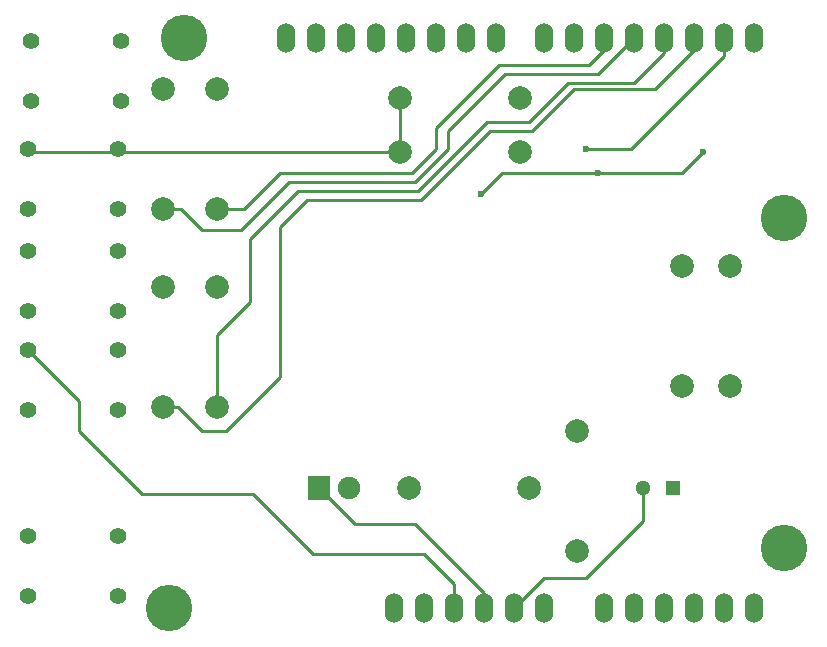
<source format=gbr>
G04 #@! TF.FileFunction,Copper,L4,Bot,Signal*
%FSLAX46Y46*%
G04 Gerber Fmt 4.6, Leading zero omitted, Abs format (unit mm)*
G04 Created by KiCad (PCBNEW (2015-07-26 BZR 5996)-product) date Wed 29 Jul 2015 11:27:52 PM EDT*
%MOMM*%
G01*
G04 APERTURE LIST*
%ADD10C,0.100000*%
%ADD11R,1.300000X1.300000*%
%ADD12C,1.300000*%
%ADD13R,1.900000X2.000000*%
%ADD14C,1.900000*%
%ADD15C,1.998980*%
%ADD16C,1.397000*%
%ADD17O,1.524000X2.540000*%
%ADD18C,3.937000*%
%ADD19C,0.600000*%
%ADD20C,0.250000*%
G04 APERTURE END LIST*
D10*
D11*
X205232000Y-92710000D03*
D12*
X202732000Y-92710000D03*
D13*
X175260000Y-92710000D03*
D14*
X177800000Y-92710000D03*
D15*
X162052000Y-75692000D03*
X162052000Y-85852000D03*
X166624000Y-75692000D03*
X166624000Y-85852000D03*
X162052000Y-58928000D03*
X162052000Y-69088000D03*
X166624000Y-58928000D03*
X166624000Y-69088000D03*
X197104000Y-98044000D03*
X197104000Y-87884000D03*
X193040000Y-92710000D03*
X182880000Y-92710000D03*
X205994000Y-84074000D03*
X205994000Y-73914000D03*
X210058000Y-84074000D03*
X210058000Y-73914000D03*
X182118000Y-64262000D03*
X192278000Y-64262000D03*
X182118000Y-59690000D03*
X192278000Y-59690000D03*
D16*
X158242000Y-81026000D03*
X158242000Y-86106000D03*
X150622000Y-81026000D03*
X150622000Y-86106000D03*
X158242000Y-72644000D03*
X158242000Y-77724000D03*
X150622000Y-72644000D03*
X150622000Y-77724000D03*
X158242000Y-64008000D03*
X158242000Y-69088000D03*
X150622000Y-64008000D03*
X150622000Y-69088000D03*
X158496000Y-54864000D03*
X158496000Y-59944000D03*
X150876000Y-54864000D03*
X150876000Y-59944000D03*
X158242000Y-96774000D03*
X158242000Y-101854000D03*
X150622000Y-96774000D03*
X150622000Y-101854000D03*
D17*
X212090000Y-102870000D03*
X209550000Y-102870000D03*
X207010000Y-102870000D03*
X199390000Y-102870000D03*
X201930000Y-102870000D03*
X204470000Y-102870000D03*
X194310000Y-102870000D03*
X191770000Y-102870000D03*
X189230000Y-102870000D03*
X184150000Y-102870000D03*
X181610000Y-102870000D03*
X212090000Y-54610000D03*
X209550000Y-54610000D03*
X207010000Y-54610000D03*
X204470000Y-54610000D03*
X201930000Y-54610000D03*
X199390000Y-54610000D03*
X196850000Y-54610000D03*
X194310000Y-54610000D03*
X190246000Y-54610000D03*
X187706000Y-54610000D03*
X185166000Y-54610000D03*
X182626000Y-54610000D03*
X180086000Y-54610000D03*
X177546000Y-54610000D03*
X175006000Y-54610000D03*
X172466000Y-54610000D03*
X186690000Y-102870000D03*
D18*
X214630000Y-97790000D03*
X214630000Y-69850000D03*
X163830000Y-54610000D03*
X162560000Y-102870000D03*
D19*
X207772000Y-64262000D03*
X188976000Y-67818000D03*
X198882000Y-66040000D03*
X197866000Y-64008000D03*
D20*
X198882000Y-66040000D02*
X205994000Y-66040000D01*
X205994000Y-66040000D02*
X207772000Y-64262000D01*
X188976000Y-67818000D02*
X190754000Y-66040000D01*
X190754000Y-66040000D02*
X198882000Y-66040000D01*
X197866000Y-100330000D02*
X194310000Y-100330000D01*
X202732000Y-95464000D02*
X197866000Y-100330000D01*
X202732000Y-92710000D02*
X202732000Y-95464000D01*
X194310000Y-100330000D02*
X191770000Y-102870000D01*
X189230000Y-102870000D02*
X189230000Y-101600000D01*
X189230000Y-101600000D02*
X183388000Y-95758000D01*
X183388000Y-95758000D02*
X178308000Y-95758000D01*
X178308000Y-95758000D02*
X175260000Y-92710000D01*
X209550000Y-54610000D02*
X209550000Y-56134000D01*
X201676000Y-64008000D02*
X197866000Y-64008000D01*
X209550000Y-56134000D02*
X201676000Y-64008000D01*
X188214000Y-64008000D02*
X189738000Y-62484000D01*
X171958000Y-70612000D02*
X174244000Y-68326000D01*
X174244000Y-68326000D02*
X183896000Y-68326000D01*
X183896000Y-68326000D02*
X188214000Y-64008000D01*
X165354000Y-87884000D02*
X167386000Y-87884000D01*
X163322000Y-85852000D02*
X165354000Y-87884000D01*
X162052000Y-85852000D02*
X163322000Y-85852000D01*
X171958000Y-83312000D02*
X171958000Y-71120000D01*
X167386000Y-87884000D02*
X171958000Y-83312000D01*
X171958000Y-71120000D02*
X171958000Y-70612000D01*
X203708000Y-58928000D02*
X207010000Y-55626000D01*
X196850000Y-58928000D02*
X203708000Y-58928000D01*
X193294000Y-62484000D02*
X196850000Y-58928000D01*
X189738000Y-62484000D02*
X193294000Y-62484000D01*
X207010000Y-55626000D02*
X207010000Y-54610000D01*
X187198000Y-64008000D02*
X189484000Y-61722000D01*
X169418000Y-71628000D02*
X173482000Y-67564000D01*
X173482000Y-67564000D02*
X183642000Y-67564000D01*
X183642000Y-67564000D02*
X187198000Y-64008000D01*
X169418000Y-76962000D02*
X169418000Y-72136000D01*
X166624000Y-79756000D02*
X169418000Y-76962000D01*
X166624000Y-85852000D02*
X166624000Y-79756000D01*
X169418000Y-72136000D02*
X169418000Y-71628000D01*
X201930000Y-58420000D02*
X204470000Y-55880000D01*
X196342000Y-58420000D02*
X201930000Y-58420000D01*
X193040000Y-61722000D02*
X196342000Y-58420000D01*
X189484000Y-61722000D02*
X193040000Y-61722000D01*
X204470000Y-55880000D02*
X204470000Y-54610000D01*
X186182000Y-64008000D02*
X186182000Y-62484000D01*
X172720000Y-66802000D02*
X183388000Y-66802000D01*
X183388000Y-66802000D02*
X186182000Y-64008000D01*
X168148000Y-70866000D02*
X168656000Y-70866000D01*
X163576000Y-69088000D02*
X165354000Y-70866000D01*
X165354000Y-70866000D02*
X168148000Y-70866000D01*
X162052000Y-69088000D02*
X163576000Y-69088000D01*
X168656000Y-70866000D02*
X172720000Y-66802000D01*
X198882000Y-57658000D02*
X201930000Y-54610000D01*
X191008000Y-57658000D02*
X198882000Y-57658000D01*
X186182000Y-62484000D02*
X191008000Y-57658000D01*
X162052000Y-69088000D02*
X162306000Y-69088000D01*
X185166000Y-64008000D02*
X185166000Y-62230000D01*
X183134000Y-66040000D02*
X185166000Y-64008000D01*
X166624000Y-69088000D02*
X168910000Y-69088000D01*
X168910000Y-69088000D02*
X171958000Y-66040000D01*
X171958000Y-66040000D02*
X183134000Y-66040000D01*
X198120000Y-56896000D02*
X199390000Y-55626000D01*
X190500000Y-56896000D02*
X198120000Y-56896000D01*
X185166000Y-62230000D02*
X190500000Y-56896000D01*
X199390000Y-55626000D02*
X199390000Y-54610000D01*
X179324000Y-98298000D02*
X174752000Y-98298000D01*
X169672000Y-93218000D02*
X174752000Y-98298000D01*
X169672000Y-93218000D02*
X168148000Y-93218000D01*
X186690000Y-102870000D02*
X186690000Y-100838000D01*
X178308000Y-98298000D02*
X179324000Y-98298000D01*
X179324000Y-98298000D02*
X184150000Y-98298000D01*
X184150000Y-98298000D02*
X186690000Y-100838000D01*
X154940000Y-85344000D02*
X150622000Y-81026000D01*
X154940000Y-85344000D02*
X154940000Y-87884000D01*
X154940000Y-87884000D02*
X160274000Y-93218000D01*
X160274000Y-93218000D02*
X168148000Y-93218000D01*
X168148000Y-93218000D02*
X168402000Y-93218000D01*
X182118000Y-64262000D02*
X150876000Y-64262000D01*
X150876000Y-64262000D02*
X150622000Y-64008000D01*
X182118000Y-59690000D02*
X182118000Y-64262000D01*
M02*

</source>
